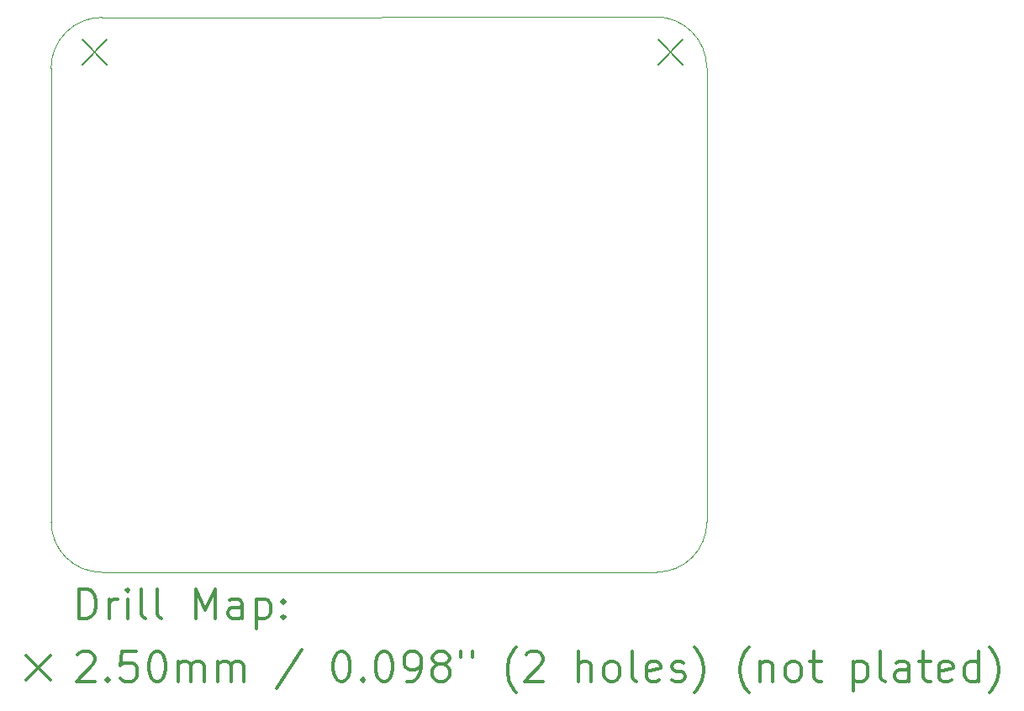
<source format=gbr>
%FSLAX45Y45*%
G04 Gerber Fmt 4.5, Leading zero omitted, Abs format (unit mm)*
G04 Created by KiCad (PCBNEW (5.1.6)-1) date 2022-01-03 19:56:45*
%MOMM*%
%LPD*%
G01*
G04 APERTURE LIST*
%TA.AperFunction,Profile*%
%ADD10C,0.050000*%
%TD*%
%ADD11C,0.200000*%
%ADD12C,0.300000*%
G04 APERTURE END LIST*
D10*
X18040000Y-4735100D02*
X12465000Y-4740000D01*
X11952000Y-9822000D02*
X11950000Y-5255000D01*
X12460000Y-10330000D02*
G75*
G02*
X11952000Y-9822000I0J508000D01*
G01*
X18556000Y-9822000D02*
G75*
G02*
X18048000Y-10330000I-508000J0D01*
G01*
X18040000Y-4735000D02*
G75*
G02*
X18555000Y-5250000I0J-515000D01*
G01*
X11950006Y-5255000D02*
G75*
G02*
X12465000Y-4740000I515000J0D01*
G01*
X18556000Y-9822000D02*
X18555000Y-5250000D01*
X18048000Y-10330000D02*
X12460000Y-10330000D01*
D11*
X12265000Y-4965000D02*
X12515000Y-5215000D01*
X12515000Y-4965000D02*
X12265000Y-5215000D01*
X18065000Y-4965000D02*
X18315000Y-5215000D01*
X18315000Y-4965000D02*
X18065000Y-5215000D01*
D12*
X12233934Y-10798214D02*
X12233934Y-10498214D01*
X12305363Y-10498214D01*
X12348220Y-10512500D01*
X12376792Y-10541072D01*
X12391077Y-10569643D01*
X12405363Y-10626786D01*
X12405363Y-10669643D01*
X12391077Y-10726786D01*
X12376792Y-10755357D01*
X12348220Y-10783929D01*
X12305363Y-10798214D01*
X12233934Y-10798214D01*
X12533934Y-10798214D02*
X12533934Y-10598214D01*
X12533934Y-10655357D02*
X12548220Y-10626786D01*
X12562506Y-10612500D01*
X12591077Y-10598214D01*
X12619649Y-10598214D01*
X12719649Y-10798214D02*
X12719649Y-10598214D01*
X12719649Y-10498214D02*
X12705363Y-10512500D01*
X12719649Y-10526786D01*
X12733934Y-10512500D01*
X12719649Y-10498214D01*
X12719649Y-10526786D01*
X12905363Y-10798214D02*
X12876792Y-10783929D01*
X12862506Y-10755357D01*
X12862506Y-10498214D01*
X13062506Y-10798214D02*
X13033934Y-10783929D01*
X13019649Y-10755357D01*
X13019649Y-10498214D01*
X13405363Y-10798214D02*
X13405363Y-10498214D01*
X13505363Y-10712500D01*
X13605363Y-10498214D01*
X13605363Y-10798214D01*
X13876792Y-10798214D02*
X13876792Y-10641072D01*
X13862506Y-10612500D01*
X13833934Y-10598214D01*
X13776792Y-10598214D01*
X13748220Y-10612500D01*
X13876792Y-10783929D02*
X13848220Y-10798214D01*
X13776792Y-10798214D01*
X13748220Y-10783929D01*
X13733934Y-10755357D01*
X13733934Y-10726786D01*
X13748220Y-10698214D01*
X13776792Y-10683929D01*
X13848220Y-10683929D01*
X13876792Y-10669643D01*
X14019649Y-10598214D02*
X14019649Y-10898214D01*
X14019649Y-10612500D02*
X14048220Y-10598214D01*
X14105363Y-10598214D01*
X14133934Y-10612500D01*
X14148220Y-10626786D01*
X14162506Y-10655357D01*
X14162506Y-10741072D01*
X14148220Y-10769643D01*
X14133934Y-10783929D01*
X14105363Y-10798214D01*
X14048220Y-10798214D01*
X14019649Y-10783929D01*
X14291077Y-10769643D02*
X14305363Y-10783929D01*
X14291077Y-10798214D01*
X14276792Y-10783929D01*
X14291077Y-10769643D01*
X14291077Y-10798214D01*
X14291077Y-10612500D02*
X14305363Y-10626786D01*
X14291077Y-10641072D01*
X14276792Y-10626786D01*
X14291077Y-10612500D01*
X14291077Y-10641072D01*
X11697506Y-11167500D02*
X11947506Y-11417500D01*
X11947506Y-11167500D02*
X11697506Y-11417500D01*
X12219649Y-11156786D02*
X12233934Y-11142500D01*
X12262506Y-11128214D01*
X12333934Y-11128214D01*
X12362506Y-11142500D01*
X12376792Y-11156786D01*
X12391077Y-11185357D01*
X12391077Y-11213929D01*
X12376792Y-11256786D01*
X12205363Y-11428214D01*
X12391077Y-11428214D01*
X12519649Y-11399643D02*
X12533934Y-11413929D01*
X12519649Y-11428214D01*
X12505363Y-11413929D01*
X12519649Y-11399643D01*
X12519649Y-11428214D01*
X12805363Y-11128214D02*
X12662506Y-11128214D01*
X12648220Y-11271071D01*
X12662506Y-11256786D01*
X12691077Y-11242500D01*
X12762506Y-11242500D01*
X12791077Y-11256786D01*
X12805363Y-11271071D01*
X12819649Y-11299643D01*
X12819649Y-11371071D01*
X12805363Y-11399643D01*
X12791077Y-11413929D01*
X12762506Y-11428214D01*
X12691077Y-11428214D01*
X12662506Y-11413929D01*
X12648220Y-11399643D01*
X13005363Y-11128214D02*
X13033934Y-11128214D01*
X13062506Y-11142500D01*
X13076792Y-11156786D01*
X13091077Y-11185357D01*
X13105363Y-11242500D01*
X13105363Y-11313929D01*
X13091077Y-11371071D01*
X13076792Y-11399643D01*
X13062506Y-11413929D01*
X13033934Y-11428214D01*
X13005363Y-11428214D01*
X12976792Y-11413929D01*
X12962506Y-11399643D01*
X12948220Y-11371071D01*
X12933934Y-11313929D01*
X12933934Y-11242500D01*
X12948220Y-11185357D01*
X12962506Y-11156786D01*
X12976792Y-11142500D01*
X13005363Y-11128214D01*
X13233934Y-11428214D02*
X13233934Y-11228214D01*
X13233934Y-11256786D02*
X13248220Y-11242500D01*
X13276792Y-11228214D01*
X13319649Y-11228214D01*
X13348220Y-11242500D01*
X13362506Y-11271071D01*
X13362506Y-11428214D01*
X13362506Y-11271071D02*
X13376792Y-11242500D01*
X13405363Y-11228214D01*
X13448220Y-11228214D01*
X13476792Y-11242500D01*
X13491077Y-11271071D01*
X13491077Y-11428214D01*
X13633934Y-11428214D02*
X13633934Y-11228214D01*
X13633934Y-11256786D02*
X13648220Y-11242500D01*
X13676792Y-11228214D01*
X13719649Y-11228214D01*
X13748220Y-11242500D01*
X13762506Y-11271071D01*
X13762506Y-11428214D01*
X13762506Y-11271071D02*
X13776792Y-11242500D01*
X13805363Y-11228214D01*
X13848220Y-11228214D01*
X13876792Y-11242500D01*
X13891077Y-11271071D01*
X13891077Y-11428214D01*
X14476792Y-11113929D02*
X14219649Y-11499643D01*
X14862506Y-11128214D02*
X14891077Y-11128214D01*
X14919649Y-11142500D01*
X14933934Y-11156786D01*
X14948220Y-11185357D01*
X14962506Y-11242500D01*
X14962506Y-11313929D01*
X14948220Y-11371071D01*
X14933934Y-11399643D01*
X14919649Y-11413929D01*
X14891077Y-11428214D01*
X14862506Y-11428214D01*
X14833934Y-11413929D01*
X14819649Y-11399643D01*
X14805363Y-11371071D01*
X14791077Y-11313929D01*
X14791077Y-11242500D01*
X14805363Y-11185357D01*
X14819649Y-11156786D01*
X14833934Y-11142500D01*
X14862506Y-11128214D01*
X15091077Y-11399643D02*
X15105363Y-11413929D01*
X15091077Y-11428214D01*
X15076792Y-11413929D01*
X15091077Y-11399643D01*
X15091077Y-11428214D01*
X15291077Y-11128214D02*
X15319649Y-11128214D01*
X15348220Y-11142500D01*
X15362506Y-11156786D01*
X15376792Y-11185357D01*
X15391077Y-11242500D01*
X15391077Y-11313929D01*
X15376792Y-11371071D01*
X15362506Y-11399643D01*
X15348220Y-11413929D01*
X15319649Y-11428214D01*
X15291077Y-11428214D01*
X15262506Y-11413929D01*
X15248220Y-11399643D01*
X15233934Y-11371071D01*
X15219649Y-11313929D01*
X15219649Y-11242500D01*
X15233934Y-11185357D01*
X15248220Y-11156786D01*
X15262506Y-11142500D01*
X15291077Y-11128214D01*
X15533934Y-11428214D02*
X15591077Y-11428214D01*
X15619649Y-11413929D01*
X15633934Y-11399643D01*
X15662506Y-11356786D01*
X15676792Y-11299643D01*
X15676792Y-11185357D01*
X15662506Y-11156786D01*
X15648220Y-11142500D01*
X15619649Y-11128214D01*
X15562506Y-11128214D01*
X15533934Y-11142500D01*
X15519649Y-11156786D01*
X15505363Y-11185357D01*
X15505363Y-11256786D01*
X15519649Y-11285357D01*
X15533934Y-11299643D01*
X15562506Y-11313929D01*
X15619649Y-11313929D01*
X15648220Y-11299643D01*
X15662506Y-11285357D01*
X15676792Y-11256786D01*
X15848220Y-11256786D02*
X15819649Y-11242500D01*
X15805363Y-11228214D01*
X15791077Y-11199643D01*
X15791077Y-11185357D01*
X15805363Y-11156786D01*
X15819649Y-11142500D01*
X15848220Y-11128214D01*
X15905363Y-11128214D01*
X15933934Y-11142500D01*
X15948220Y-11156786D01*
X15962506Y-11185357D01*
X15962506Y-11199643D01*
X15948220Y-11228214D01*
X15933934Y-11242500D01*
X15905363Y-11256786D01*
X15848220Y-11256786D01*
X15819649Y-11271071D01*
X15805363Y-11285357D01*
X15791077Y-11313929D01*
X15791077Y-11371071D01*
X15805363Y-11399643D01*
X15819649Y-11413929D01*
X15848220Y-11428214D01*
X15905363Y-11428214D01*
X15933934Y-11413929D01*
X15948220Y-11399643D01*
X15962506Y-11371071D01*
X15962506Y-11313929D01*
X15948220Y-11285357D01*
X15933934Y-11271071D01*
X15905363Y-11256786D01*
X16076792Y-11128214D02*
X16076792Y-11185357D01*
X16191077Y-11128214D02*
X16191077Y-11185357D01*
X16633934Y-11542500D02*
X16619649Y-11528214D01*
X16591077Y-11485357D01*
X16576792Y-11456786D01*
X16562506Y-11413929D01*
X16548220Y-11342500D01*
X16548220Y-11285357D01*
X16562506Y-11213929D01*
X16576792Y-11171072D01*
X16591077Y-11142500D01*
X16619649Y-11099643D01*
X16633934Y-11085357D01*
X16733934Y-11156786D02*
X16748220Y-11142500D01*
X16776792Y-11128214D01*
X16848220Y-11128214D01*
X16876792Y-11142500D01*
X16891077Y-11156786D01*
X16905363Y-11185357D01*
X16905363Y-11213929D01*
X16891077Y-11256786D01*
X16719649Y-11428214D01*
X16905363Y-11428214D01*
X17262506Y-11428214D02*
X17262506Y-11128214D01*
X17391077Y-11428214D02*
X17391077Y-11271071D01*
X17376792Y-11242500D01*
X17348220Y-11228214D01*
X17305363Y-11228214D01*
X17276792Y-11242500D01*
X17262506Y-11256786D01*
X17576792Y-11428214D02*
X17548220Y-11413929D01*
X17533934Y-11399643D01*
X17519649Y-11371071D01*
X17519649Y-11285357D01*
X17533934Y-11256786D01*
X17548220Y-11242500D01*
X17576792Y-11228214D01*
X17619649Y-11228214D01*
X17648220Y-11242500D01*
X17662506Y-11256786D01*
X17676792Y-11285357D01*
X17676792Y-11371071D01*
X17662506Y-11399643D01*
X17648220Y-11413929D01*
X17619649Y-11428214D01*
X17576792Y-11428214D01*
X17848220Y-11428214D02*
X17819649Y-11413929D01*
X17805363Y-11385357D01*
X17805363Y-11128214D01*
X18076792Y-11413929D02*
X18048220Y-11428214D01*
X17991077Y-11428214D01*
X17962506Y-11413929D01*
X17948220Y-11385357D01*
X17948220Y-11271071D01*
X17962506Y-11242500D01*
X17991077Y-11228214D01*
X18048220Y-11228214D01*
X18076792Y-11242500D01*
X18091077Y-11271071D01*
X18091077Y-11299643D01*
X17948220Y-11328214D01*
X18205363Y-11413929D02*
X18233934Y-11428214D01*
X18291077Y-11428214D01*
X18319649Y-11413929D01*
X18333934Y-11385357D01*
X18333934Y-11371071D01*
X18319649Y-11342500D01*
X18291077Y-11328214D01*
X18248220Y-11328214D01*
X18219649Y-11313929D01*
X18205363Y-11285357D01*
X18205363Y-11271071D01*
X18219649Y-11242500D01*
X18248220Y-11228214D01*
X18291077Y-11228214D01*
X18319649Y-11242500D01*
X18433934Y-11542500D02*
X18448220Y-11528214D01*
X18476792Y-11485357D01*
X18491077Y-11456786D01*
X18505363Y-11413929D01*
X18519649Y-11342500D01*
X18519649Y-11285357D01*
X18505363Y-11213929D01*
X18491077Y-11171072D01*
X18476792Y-11142500D01*
X18448220Y-11099643D01*
X18433934Y-11085357D01*
X18976792Y-11542500D02*
X18962506Y-11528214D01*
X18933934Y-11485357D01*
X18919649Y-11456786D01*
X18905363Y-11413929D01*
X18891077Y-11342500D01*
X18891077Y-11285357D01*
X18905363Y-11213929D01*
X18919649Y-11171072D01*
X18933934Y-11142500D01*
X18962506Y-11099643D01*
X18976792Y-11085357D01*
X19091077Y-11228214D02*
X19091077Y-11428214D01*
X19091077Y-11256786D02*
X19105363Y-11242500D01*
X19133934Y-11228214D01*
X19176792Y-11228214D01*
X19205363Y-11242500D01*
X19219649Y-11271071D01*
X19219649Y-11428214D01*
X19405363Y-11428214D02*
X19376792Y-11413929D01*
X19362506Y-11399643D01*
X19348220Y-11371071D01*
X19348220Y-11285357D01*
X19362506Y-11256786D01*
X19376792Y-11242500D01*
X19405363Y-11228214D01*
X19448220Y-11228214D01*
X19476792Y-11242500D01*
X19491077Y-11256786D01*
X19505363Y-11285357D01*
X19505363Y-11371071D01*
X19491077Y-11399643D01*
X19476792Y-11413929D01*
X19448220Y-11428214D01*
X19405363Y-11428214D01*
X19591077Y-11228214D02*
X19705363Y-11228214D01*
X19633934Y-11128214D02*
X19633934Y-11385357D01*
X19648220Y-11413929D01*
X19676792Y-11428214D01*
X19705363Y-11428214D01*
X20033934Y-11228214D02*
X20033934Y-11528214D01*
X20033934Y-11242500D02*
X20062506Y-11228214D01*
X20119649Y-11228214D01*
X20148220Y-11242500D01*
X20162506Y-11256786D01*
X20176792Y-11285357D01*
X20176792Y-11371071D01*
X20162506Y-11399643D01*
X20148220Y-11413929D01*
X20119649Y-11428214D01*
X20062506Y-11428214D01*
X20033934Y-11413929D01*
X20348220Y-11428214D02*
X20319649Y-11413929D01*
X20305363Y-11385357D01*
X20305363Y-11128214D01*
X20591077Y-11428214D02*
X20591077Y-11271071D01*
X20576792Y-11242500D01*
X20548220Y-11228214D01*
X20491077Y-11228214D01*
X20462506Y-11242500D01*
X20591077Y-11413929D02*
X20562506Y-11428214D01*
X20491077Y-11428214D01*
X20462506Y-11413929D01*
X20448220Y-11385357D01*
X20448220Y-11356786D01*
X20462506Y-11328214D01*
X20491077Y-11313929D01*
X20562506Y-11313929D01*
X20591077Y-11299643D01*
X20691077Y-11228214D02*
X20805363Y-11228214D01*
X20733934Y-11128214D02*
X20733934Y-11385357D01*
X20748220Y-11413929D01*
X20776792Y-11428214D01*
X20805363Y-11428214D01*
X21019649Y-11413929D02*
X20991077Y-11428214D01*
X20933934Y-11428214D01*
X20905363Y-11413929D01*
X20891077Y-11385357D01*
X20891077Y-11271071D01*
X20905363Y-11242500D01*
X20933934Y-11228214D01*
X20991077Y-11228214D01*
X21019649Y-11242500D01*
X21033934Y-11271071D01*
X21033934Y-11299643D01*
X20891077Y-11328214D01*
X21291077Y-11428214D02*
X21291077Y-11128214D01*
X21291077Y-11413929D02*
X21262506Y-11428214D01*
X21205363Y-11428214D01*
X21176792Y-11413929D01*
X21162506Y-11399643D01*
X21148220Y-11371071D01*
X21148220Y-11285357D01*
X21162506Y-11256786D01*
X21176792Y-11242500D01*
X21205363Y-11228214D01*
X21262506Y-11228214D01*
X21291077Y-11242500D01*
X21405363Y-11542500D02*
X21419649Y-11528214D01*
X21448220Y-11485357D01*
X21462506Y-11456786D01*
X21476792Y-11413929D01*
X21491077Y-11342500D01*
X21491077Y-11285357D01*
X21476792Y-11213929D01*
X21462506Y-11171072D01*
X21448220Y-11142500D01*
X21419649Y-11099643D01*
X21405363Y-11085357D01*
M02*

</source>
